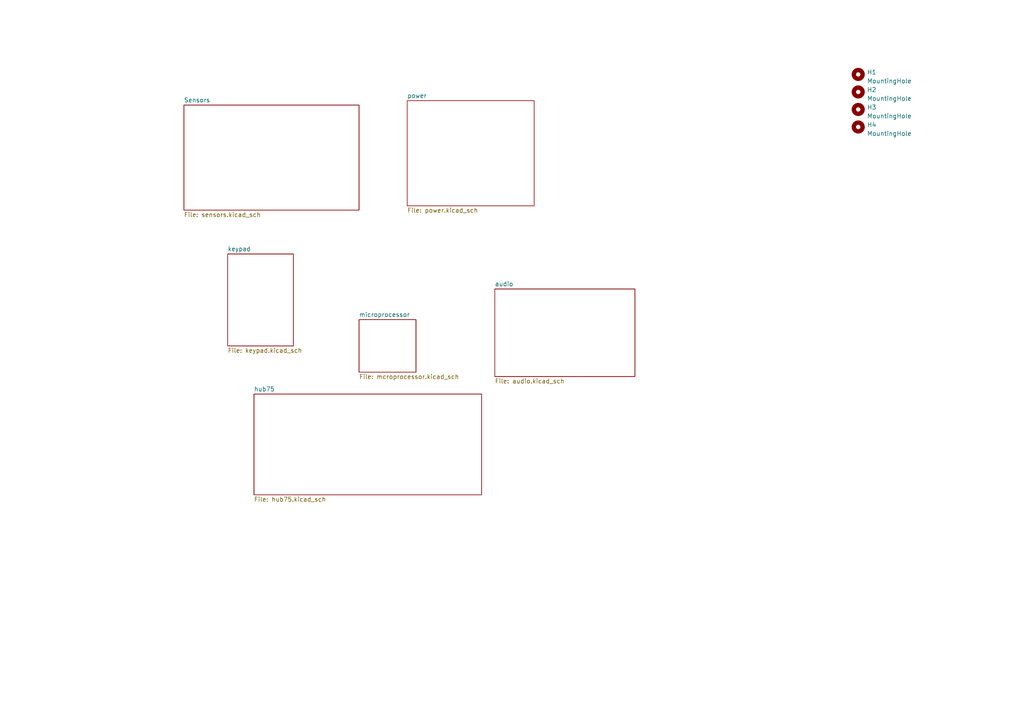
<source format=kicad_sch>
(kicad_sch (version 20230121) (generator eeschema)
  (paper "A4")
  (lib_symbols
    (symbol "Mechanical:MountingHole" (pin_names (offset 1.016))
      (property "Reference" "H" (at 0 5.08 0))
      (property "Value" "MountingHole" (at 0 3.175 0))
      (symbol "MountingHole_0_1"
        (circle (center 0 0) (radius 1.27) (stroke (width 1.27)))
      )
    )
  )
  (symbol (lib_id "Mechanical:MountingHole") (at 248.92 26.67 0) (unit 1)
    (property "Reference" "H2" (at 251.46 26.035 0) (effects (justify left)))
    (property "Value" "MountingHole" (at 251.46 28.575 0) (effects (justify left)))
    (property "Footprint" "MountingHole:MountingHole_5mm" (effects hide))
  )
  (symbol (lib_id "Mechanical:MountingHole") (at 248.92 36.83 0) (unit 1)
    (property "Reference" "H4" (at 251.46 36.195 0) (effects (justify left)))
    (property "Value" "MountingHole" (at 251.46 38.735 0) (effects (justify left)))
    (property "Footprint" "MountingHole:MountingHole_5mm" (effects hide))
  )
  (symbol (lib_id "Mechanical:MountingHole") (at 248.92 21.59 0) (unit 1)
    (property "Reference" "H1" (at 251.46 20.955 0) (effects (justify left)))
    (property "Value" "MountingHole" (at 251.46 23.495 0) (effects (justify left)))
    (property "Footprint" "MountingHole:MountingHole_5mm" (effects hide))
  )
  (symbol (lib_id "Mechanical:MountingHole") (at 248.92 31.75 0) (unit 1)
    (property "Reference" "H3" (at 251.46 31.115 0) (effects (justify left)))
    (property "Value" "MountingHole" (at 251.46 33.655 0) (effects (justify left)))
    (property "Footprint" "MountingHole:MountingHole_5mm" (effects hide))
  )
  (sheet (at 73.66 114.3) (size 66.04 29.21) (stroke (width 0.1524))
    (property "Sheetname" "hub75" (at 73.66 113.5884 0) (effects (justify left bottom)))
    (property "Sheetfile" "hub75.kicad_sch" (at 73.66 144.0946 0) (effects (justify left top)))
  )
  (sheet (at 118.11 29.21) (size 36.83 30.48) (stroke (width 0.1524))
    (property "Sheetname" "power" (at 118.11 28.4984 0) (effects (justify left bottom)))
    (property "Sheetfile" "power.kicad_sch" (at 118.11 60.2746 0) (effects (justify left top)))
  )
  (sheet (at 143.51 83.82) (size 40.64 25.4) (stroke (width 0.1524))
    (property "Sheetname" "audio" (at 143.51 83.1084 0) (effects (justify left bottom)))
    (property "Sheetfile" "audio.kicad_sch" (at 143.51 109.8046 0) (effects (justify left top)))
  )
  (sheet (at 104.14 92.71) (size 16.51 15.24) (stroke (width 0.1524))
    (property "Sheetname" "microprocessor" (at 104.14 91.9984 0) (effects (justify left bottom)))
    (property "Sheetfile" "mcroprocessor.kicad_sch" (at 104.14 108.5346 0) (effects (justify left top)))
  )
  (sheet (at 53.34 30.48) (size 50.8 30.48) (stroke (width 0.1524))
    (property "Sheetname" "Sensors" (at 53.34 29.7684 0) (effects (justify left bottom)))
    (property "Sheetfile" "sensors.kicad_sch" (at 53.34 61.5446 0) (effects (justify left top)))
  )
  (sheet (at 66.04 73.66) (size 19.05 26.67) (stroke (width 0.1524))
    (property "Sheetname" "keypad" (at 66.04 72.9484 0) (effects (justify left bottom)))
    (property "Sheetfile" "keypad.kicad_sch" (at 66.04 100.9146 0) (effects (justify left top)))
  )
)
</source>
